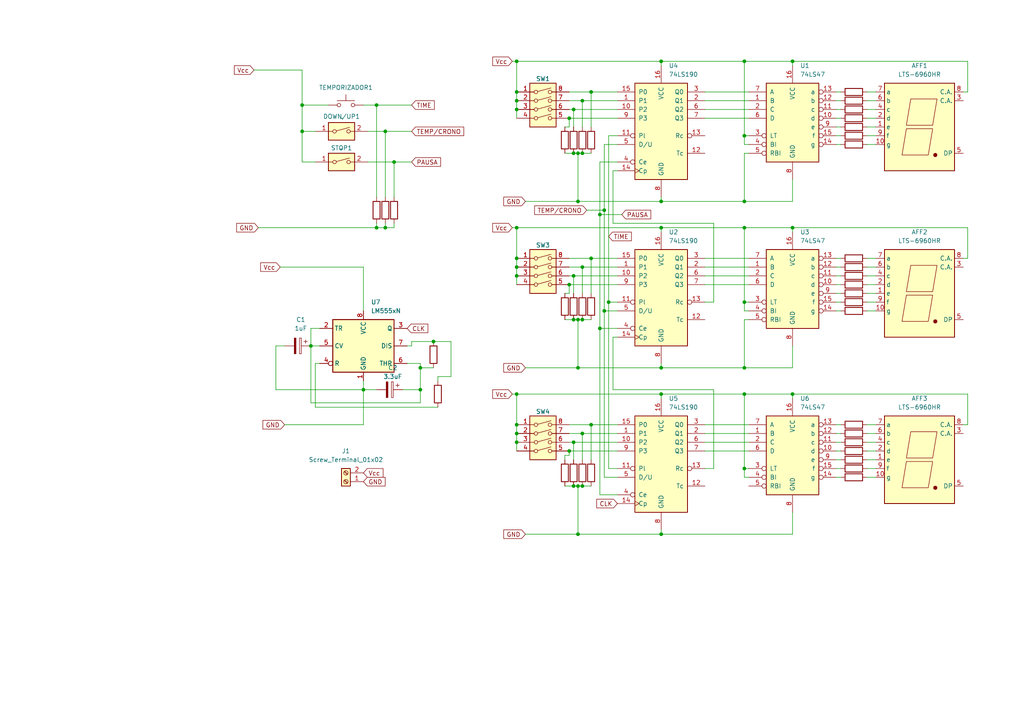
<source format=kicad_sch>
(kicad_sch (version 20231120) (generator "eeschema") (generator_version "8.0")
  (paper "A4")
  (lib_symbols
    (symbol "74xx:74LS190" (pin_names (offset 1.016))
      (property "Reference" "U" (at -7.62 13.97 0))
      (property "Value" "74LS190" (at -7.62 -16.51 0))
      (symbol "74LS190_1_0"
        (pin input line (at -12.7 7.62 0) (length 5.08) (name "P1") (number "1"))
        (pin input line (at -12.7 5.08 0) (length 5.08) (name "P2") (number "10"))
        (pin input inverted (at -12.7 -2.54 0) (length 5.08) (name "Pl") (number "11"))
        (pin output line (at 12.7 -7.62 180) (length 5.08) (name "Tc") (number "12"))
        (pin output inverted (at 12.7 -2.54 180) (length 5.08) (name "Rc") (number "13"))
        (pin input clock (at -12.7 -12.7 0) (length 5.08) (name "Cp") (number "14"))
        (pin input line (at -12.7 10.16 0) (length 5.08) (name "P0") (number "15"))
        (pin power_in line (at 0 17.78 270) (length 5.08) (name "VCC") (number "16"))
        (pin output line (at 12.7 7.62 180) (length 5.08) (name "Q1") (number "2"))
        (pin output line (at 12.7 10.16 180) (length 5.08) (name "Q0") (number "3"))
        (pin input inverted (at -12.7 -10.16 0) (length 5.08) (name "Ce") (number "4"))
        (pin input line (at -12.7 -5.08 0) (length 5.08) (name "D/U") (number "5"))
        (pin output line (at 12.7 5.08 180) (length 5.08) (name "Q2") (number "6"))
        (pin output line (at 12.7 2.54 180) (length 5.08) (name "Q3") (number "7"))
        (pin power_in line (at 0 -20.32 90) (length 5.08) (name "GND") (number "8"))
        (pin input line (at -12.7 2.54 0) (length 5.08) (name "P3") (number "9"))
      )
      (symbol "74LS190_1_1"
        (rectangle (start -7.62 12.7) (end 7.62 -15.24) (stroke (width 0.254)) (fill (type background)))
      )
    )
    (symbol "74xx:74LS47" (pin_names (offset 1.016))
      (property "Reference" "U" (at -7.62 11.43 0))
      (property "Value" "74LS47" (at -7.62 -13.97 0))
      (symbol "74LS47_1_0"
        (pin input line (at -12.7 5.08 0) (length 5.08) (name "B") (number "1"))
        (pin open_collector inverted (at 12.7 0 180) (length 5.08) (name "d") (number "10"))
        (pin open_collector inverted (at 12.7 2.54 180) (length 5.08) (name "c") (number "11"))
        (pin open_collector inverted (at 12.7 5.08 180) (length 5.08) (name "b") (number "12"))
        (pin open_collector inverted (at 12.7 7.62 180) (length 5.08) (name "a") (number "13"))
        (pin open_collector inverted (at 12.7 -7.62 180) (length 5.08) (name "g") (number "14"))
        (pin open_collector inverted (at 12.7 -5.08 180) (length 5.08) (name "f") (number "15"))
        (pin power_in line (at 0 15.24 270) (length 5.08) (name "VCC") (number "16"))
        (pin input line (at -12.7 2.54 0) (length 5.08) (name "C") (number "2"))
        (pin input inverted (at -12.7 -5.08 0) (length 5.08) (name "LT") (number "3"))
        (pin input inverted (at -12.7 -7.62 0) (length 5.08) (name "BI") (number "4"))
        (pin input inverted (at -12.7 -10.16 0) (length 5.08) (name "RBI") (number "5"))
        (pin input line (at -12.7 0 0) (length 5.08) (name "D") (number "6"))
        (pin input line (at -12.7 7.62 0) (length 5.08) (name "A") (number "7"))
        (pin power_in line (at 0 -17.78 90) (length 5.08) (name "GND") (number "8"))
        (pin open_collector inverted (at 12.7 -2.54 180) (length 5.08) (name "e") (number "9"))
      )
      (symbol "74LS47_1_1"
        (rectangle (start -7.62 10.16) (end 7.62 -12.7) (stroke (width 0.254)) (fill (type background)))
      )
    )
    (symbol "Connector:Screw_Terminal_01x02" (pin_names (offset 1.016) hide)
      (property "Reference" "J" (at 0 2.54 0))
      (property "Value" "Screw_Terminal_01x02" (at 0 -5.08 0))
      (symbol "Screw_Terminal_01x02_1_1"
        (rectangle (start -1.27 1.27) (end 1.27 -3.81) (stroke (width 0.254)) (fill (type background)))
        (circle (center 0 -2.54) (radius 0.635) (stroke (width 0.1524)))
        (polyline (pts (xy -0.5334 -2.2098) (xy 0.3302 -3.048)) (stroke (width 0.1524)))
        (polyline (pts (xy -0.5334 0.3302) (xy 0.3302 -0.508)) (stroke (width 0.1524)))
        (polyline (pts (xy -0.3556 -2.032) (xy 0.508 -2.8702)) (stroke (width 0.1524)))
        (polyline (pts (xy -0.3556 0.508) (xy 0.508 -0.3302)) (stroke (width 0.1524)))
        (circle (center 0 0) (radius 0.635) (stroke (width 0.1524)))
        (pin passive line (at -5.08 0 0) (length 3.81) (name "Pin_1") (number "1"))
        (pin passive line (at -5.08 -2.54 0) (length 3.81) (name "Pin_2") (number "2"))
      )
    )
    (symbol "Device:C_Polarized" (pin_numbers hide) (pin_names (offset 0.254))
      (property "Reference" "C" (at 0.635 2.54 0))
      (property "Value" "C_Polarized" (at 0.635 -2.54 0))
      (symbol "C_Polarized_0_1"
        (rectangle (start -2.286 0.508) (end 2.286 1.016))
        (polyline (pts (xy -1.778 2.286) (xy -0.762 2.286)))
        (polyline (pts (xy -1.27 2.794) (xy -1.27 1.778)))
        (rectangle (start 2.286 -0.508) (end -2.286 -1.016) (fill (type outline)))
      )
      (symbol "C_Polarized_1_1"
        (pin passive line (at 0 3.81 270) (length 2.794) (name "~") (number "1"))
        (pin passive line (at 0 -3.81 90) (length 2.794) (name "~") (number "2"))
      )
    )
    (symbol "Device:R" (pin_numbers hide) (pin_names (offset 0))
      (property "Reference" "R" (at 2.032 0 90))
      (property "Value" "R" (at 0 0 90))
      (symbol "R_0_1"
        (rectangle (start -1.016 -2.54) (end 1.016 2.54) (stroke (width 0.254)))
      )
      (symbol "R_1_1"
        (pin passive line (at 0 3.81 270) (length 1.27) (name "~") (number "1"))
        (pin passive line (at 0 -3.81 90) (length 1.27) (name "~") (number "2"))
      )
    )
    (symbol "Display_Character:LTS-6960HR"
      (property "Reference" "AFF" (at -7.874 13.97 0))
      (property "Value" "LTS-6960HR" (at -2.032 13.97 0))
      (symbol "LTS-6960HR_0_1"
        (rectangle (start -10.16 12.7) (end 10.16 -12.7) (stroke (width 0.254)) (fill (type background)))
        (polyline (pts (xy -3.81 -0.508) (xy 3.81 -0.508) (xy 2.54 -8.128) (xy -5.08 -8.128) (xy -3.81 -0.508) (xy -3.81 -0.508)))
        (polyline (pts (xy -2.54 8.128) (xy 5.08 8.128) (xy 3.81 0.508) (xy -3.81 0.508) (xy -2.54 8.128) (xy -2.54 8.128)))
        (circle (center 4.572 -8.128) (radius 0.508) (fill (type outline)))
      )
      (symbol "LTS-6960HR_1_1"
        (pin passive line (at -12.7 0 0) (length 2.54) (name "e") (number "1"))
        (pin passive line (at -12.7 -5.08 0) (length 2.54) (name "g") (number "10"))
        (pin passive line (at -12.7 2.54 0) (length 2.54) (name "d") (number "2"))
        (pin passive line (at 12.7 7.62 180) (length 2.54) (name "C.A.") (number "3"))
        (pin passive line (at -12.7 5.08 0) (length 2.54) (name "c") (number "4"))
        (pin passive line (at 12.7 -7.62 180) (length 2.54) (name "DP") (number "5"))
        (pin passive line (at -12.7 7.62 0) (length 2.54) (name "b") (number "6"))
        (pin passive line (at -12.7 10.16 0) (length 2.54) (name "a") (number "7"))
        (pin passive line (at 12.7 10.16 180) (length 2.54) (name "C.A.") (number "8"))
        (pin passive line (at -12.7 -2.54 0) (length 2.54) (name "f") (number "9"))
      )
    )
    (symbol "Switch:SW_DIP_x01" (pin_names (offset 0) hide)
      (property "Reference" "SW" (at 0 3.81 0))
      (property "Value" "SW_DIP_x01" (at 0 -3.81 0))
      (symbol "SW_DIP_x01_0_0"
        (circle (center -2.032 0) (radius 0.508))
        (polyline (pts (xy -1.524 0.127) (xy 2.3622 1.1684)))
        (circle (center 2.032 0) (radius 0.508))
      )
      (symbol "SW_DIP_x01_0_1"
        (rectangle (start -3.81 2.54) (end 3.81 -2.54) (stroke (width 0.254)) (fill (type background)))
      )
      (symbol "SW_DIP_x01_1_1"
        (pin passive line (at -7.62 0 0) (length 5.08) (name "~") (number "1"))
        (pin passive line (at 7.62 0 180) (length 5.08) (name "~") (number "2"))
      )
    )
    (symbol "Switch:SW_DIP_x04" (pin_names (offset 0) hide)
      (property "Reference" "SW" (at 0 8.89 0))
      (property "Value" "SW_DIP_x04" (at 0 -6.35 0))
      (symbol "SW_DIP_x04_0_0"
        (circle (center -2.032 -2.54) (radius 0.508))
        (circle (center -2.032 0) (radius 0.508))
        (circle (center -2.032 2.54) (radius 0.508))
        (circle (center -2.032 5.08) (radius 0.508))
        (polyline (pts (xy -1.524 -2.3876) (xy 2.3622 -1.3462)))
        (polyline (pts (xy -1.524 0.127) (xy 2.3622 1.1684)))
        (polyline (pts (xy -1.524 2.667) (xy 2.3622 3.7084)))
        (polyline (pts (xy -1.524 5.207) (xy 2.3622 6.2484)))
        (circle (center 2.032 -2.54) (radius 0.508))
        (circle (center 2.032 0) (radius 0.508))
        (circle (center 2.032 2.54) (radius 0.508))
        (circle (center 2.032 5.08) (radius 0.508))
      )
      (symbol "SW_DIP_x04_0_1"
        (rectangle (start -3.81 7.62) (end 3.81 -5.08) (stroke (width 0.254)) (fill (type background)))
      )
      (symbol "SW_DIP_x04_1_1"
        (pin passive line (at -7.62 5.08 0) (length 5.08) (name "~") (number "1"))
        (pin passive line (at -7.62 2.54 0) (length 5.08) (name "~") (number "2"))
        (pin passive line (at -7.62 0 0) (length 5.08) (name "~") (number "3"))
        (pin passive line (at -7.62 -2.54 0) (length 5.08) (name "~") (number "4"))
        (pin passive line (at 7.62 -2.54 180) (length 5.08) (name "~") (number "5"))
        (pin passive line (at 7.62 0 180) (length 5.08) (name "~") (number "6"))
        (pin passive line (at 7.62 2.54 180) (length 5.08) (name "~") (number "7"))
        (pin passive line (at 7.62 5.08 180) (length 5.08) (name "~") (number "8"))
      )
    )
    (symbol "Switch:SW_Push" (pin_numbers hide) (pin_names (offset 1.016) hide)
      (property "Reference" "SW" (at 1.27 2.54 0))
      (property "Value" "SW_Push" (at 0 -1.524 0))
      (symbol "SW_Push_0_1"
        (circle (center -2.032 0) (radius 0.508))
        (polyline (pts (xy 0 1.27) (xy 0 3.048)))
        (polyline (pts (xy 2.54 1.27) (xy -2.54 1.27)))
        (circle (center 2.032 0) (radius 0.508))
        (pin passive line (at -5.08 0 0) (length 2.54) (name "1") (number "1"))
        (pin passive line (at 5.08 0 180) (length 2.54) (name "2") (number "2"))
      )
    )
    (symbol "Timer:LM555xN"
      (property "Reference" "U" (at -10.16 8.89 0))
      (property "Value" "LM555xN" (at 2.54 8.89 0))
      (symbol "LM555xN_0_0"
        (pin power_in line (at 0 -10.16 90) (length 2.54) (name "GND") (number "1"))
        (pin power_in line (at 0 10.16 270) (length 2.54) (name "VCC") (number "8"))
      )
      (symbol "LM555xN_0_1"
        (rectangle (start -8.89 -7.62) (end 8.89 7.62) (stroke (width 0.254)) (fill (type background)))
        (rectangle (start -8.89 -7.62) (end 8.89 7.62) (stroke (width 0.254)) (fill (type background)))
      )
      (symbol "LM555xN_1_1"
        (pin input line (at -12.7 5.08 0) (length 3.81) (name "TR") (number "2"))
        (pin output line (at 12.7 5.08 180) (length 3.81) (name "Q") (number "3"))
        (pin input inverted (at -12.7 -5.08 0) (length 3.81) (name "R") (number "4"))
        (pin input line (at -12.7 0 0) (length 3.81) (name "CV") (number "5"))
        (pin input line (at 12.7 -5.08 180) (length 3.81) (name "THR") (number "6"))
        (pin input line (at 12.7 0 180) (length 3.81) (name "DIS") (number "7"))
      )
    )
  )
  (junction (at 149.86 31.75))
  (junction (at 175.26 60.96))
  (junction (at 229.87 114.3))
  (junction (at 166.37 44.45))
  (junction (at 149.86 74.93))
  (junction (at 149.86 77.47))
  (junction (at 165.1 130.81))
  (junction (at 167.64 140.97))
  (junction (at 165.1 82.55))
  (junction (at 171.45 26.67))
  (junction (at 173.99 62.23))
  (junction (at 166.37 92.71))
  (junction (at 168.91 125.73))
  (junction (at 168.91 44.45))
  (junction (at 111.76 66.04))
  (junction (at 166.37 80.01))
  (junction (at 109.22 66.04))
  (junction (at 191.77 154.94))
  (junction (at 215.9 87.63))
  (junction (at 165.1 34.29))
  (junction (at 215.9 17.78))
  (junction (at 215.9 58.42))
  (junction (at 149.86 114.3))
  (junction (at 215.9 39.37))
  (junction (at 149.86 29.21))
  (junction (at 229.87 17.78))
  (junction (at 167.64 44.45))
  (junction (at 149.86 123.19))
  (junction (at 166.37 128.27))
  (junction (at 149.86 26.67))
  (junction (at 166.37 31.75))
  (junction (at 168.91 92.71))
  (junction (at 166.37 140.97))
  (junction (at 125.73 99.06))
  (junction (at 87.63 38.1))
  (junction (at 109.22 30.48))
  (junction (at 215.9 135.89))
  (junction (at 171.45 123.19))
  (junction (at 215.9 66.04))
  (junction (at 149.86 128.27))
  (junction (at 168.91 140.97))
  (junction (at 111.76 38.1))
  (junction (at 149.86 125.73))
  (junction (at 121.92 106.68))
  (junction (at 149.86 66.04))
  (junction (at 105.41 113.03))
  (junction (at 191.77 66.04))
  (junction (at 171.45 74.93))
  (junction (at 87.63 30.48))
  (junction (at 191.77 114.3))
  (junction (at 175.26 90.17))
  (junction (at 121.92 113.03))
  (junction (at 215.9 114.3))
  (junction (at 229.87 66.04))
  (junction (at 167.64 92.71))
  (junction (at 114.3 46.99))
  (junction (at 167.64 106.68))
  (junction (at 168.91 77.47))
  (junction (at 215.9 106.68))
  (junction (at 149.86 17.78))
  (junction (at 90.17 100.33))
  (junction (at 191.77 106.68))
  (junction (at 167.64 58.42))
  (junction (at 149.86 80.01))
  (junction (at 168.91 29.21))
  (junction (at 167.64 154.94))
  (junction (at 176.53 87.63))
  (junction (at 191.77 17.78))
  (junction (at 173.99 95.25))
  (junction (at 191.77 58.42))
  (wire (pts (xy 168.91 92.71) (xy 171.45 92.71)))
  (wire (pts (xy 215.9 114.3) (xy 215.9 135.89)))
  (wire (pts (xy 251.46 87.63) (xy 254 87.63)))
  (wire (pts (xy 119.38 99.06) (xy 119.38 100.33)))
  (wire (pts (xy 166.37 44.45) (xy 167.64 44.45)))
  (wire (pts (xy 191.77 19.05) (xy 191.77 17.78)))
  (wire (pts (xy 207.01 64.77) (xy 177.8 64.77)))
  (wire (pts (xy 167.64 154.94) (xy 191.77 154.94)))
  (wire (pts (xy 242.57 123.19) (xy 243.84 123.19)))
  (wire (pts (xy 242.57 130.81) (xy 243.84 130.81)))
  (wire (pts (xy 229.87 52.07) (xy 229.87 58.42)))
  (wire (pts (xy 279.4 26.67) (xy 280.67 26.67)))
  (wire (pts (xy 168.91 77.47) (xy 168.91 85.09)))
  (wire (pts (xy 168.91 44.45) (xy 171.45 44.45)))
  (wire (pts (xy 176.53 87.63) (xy 176.53 135.89)))
  (wire (pts (xy 251.46 77.47) (xy 254 77.47)))
  (wire (pts (xy 204.47 87.63) (xy 207.01 87.63)))
  (wire (pts (xy 191.77 115.57) (xy 191.77 114.3)))
  (wire (pts (xy 242.57 77.47) (xy 243.84 77.47)))
  (wire (pts (xy 242.57 39.37) (xy 243.84 39.37)))
  (wire (pts (xy 215.9 41.91) (xy 215.9 39.37)))
  (wire (pts (xy 168.91 77.47) (xy 179.07 77.47)))
  (wire (pts (xy 179.07 39.37) (xy 176.53 39.37)))
  (wire (pts (xy 152.4 58.42) (xy 167.64 58.42)))
  (wire (pts (xy 179.07 143.51) (xy 173.99 143.51)))
  (wire (pts (xy 215.9 114.3) (xy 191.77 114.3)))
  (wire (pts (xy 149.86 66.04) (xy 149.86 74.93)))
  (wire (pts (xy 95.25 30.48) (xy 87.63 30.48)))
  (wire (pts (xy 105.41 113.03) (xy 105.41 110.49)))
  (wire (pts (xy 229.87 114.3) (xy 229.87 115.57)))
  (wire (pts (xy 215.9 17.78) (xy 215.9 39.37)))
  (wire (pts (xy 82.55 100.33) (xy 80.01 100.33)))
  (wire (pts (xy 173.99 62.23) (xy 180.34 62.23)))
  (wire (pts (xy 173.99 62.23) (xy 173.99 95.25)))
  (wire (pts (xy 179.07 90.17) (xy 175.26 90.17)))
  (wire (pts (xy 229.87 106.68) (xy 215.9 106.68)))
  (wire (pts (xy 251.46 34.29) (xy 254 34.29)))
  (wire (pts (xy 175.26 41.91) (xy 179.07 41.91)))
  (wire (pts (xy 175.26 90.17) (xy 175.26 60.96)))
  (wire (pts (xy 280.67 26.67) (xy 280.67 17.78)))
  (wire (pts (xy 217.17 41.91) (xy 215.9 41.91)))
  (wire (pts (xy 149.86 29.21) (xy 149.86 31.75)))
  (wire (pts (xy 149.86 74.93) (xy 149.86 77.47)))
  (wire (pts (xy 111.76 57.15) (xy 111.76 38.1)))
  (wire (pts (xy 215.9 66.04) (xy 191.77 66.04)))
  (wire (pts (xy 177.8 64.77) (xy 177.8 49.53)))
  (wire (pts (xy 215.9 106.68) (xy 191.77 106.68)))
  (wire (pts (xy 149.86 80.01) (xy 149.86 82.55)))
  (wire (pts (xy 280.67 17.78) (xy 229.87 17.78)))
  (wire (pts (xy 251.46 90.17) (xy 254 90.17)))
  (wire (pts (xy 171.45 74.93) (xy 179.07 74.93)))
  (wire (pts (xy 176.53 135.89) (xy 179.07 135.89)))
  (wire (pts (xy 168.91 29.21) (xy 168.91 36.83)))
  (wire (pts (xy 251.46 26.67) (xy 254 26.67)))
  (wire (pts (xy 176.53 87.63) (xy 179.07 87.63)))
  (wire (pts (xy 149.86 17.78) (xy 191.77 17.78)))
  (wire (pts (xy 215.9 90.17) (xy 215.9 87.63)))
  (wire (pts (xy 165.1 26.67) (xy 171.45 26.67)))
  (wire (pts (xy 191.77 67.31) (xy 191.77 66.04)))
  (wire (pts (xy 251.46 41.91) (xy 254 41.91)))
  (wire (pts (xy 204.47 29.21) (xy 217.17 29.21)))
  (wire (pts (xy 173.99 95.25) (xy 179.07 95.25)))
  (wire (pts (xy 149.86 77.47) (xy 149.86 80.01)))
  (wire (pts (xy 166.37 31.75) (xy 179.07 31.75)))
  (wire (pts (xy 251.46 133.35) (xy 254 133.35)))
  (wire (pts (xy 229.87 100.33) (xy 229.87 106.68)))
  (wire (pts (xy 121.92 116.84) (xy 121.92 113.03)))
  (wire (pts (xy 166.37 80.01) (xy 166.37 85.09)))
  (wire (pts (xy 204.47 77.47) (xy 217.17 77.47)))
  (wire (pts (xy 152.4 154.94) (xy 167.64 154.94)))
  (wire (pts (xy 242.57 135.89) (xy 243.84 135.89)))
  (wire (pts (xy 242.57 133.35) (xy 243.84 133.35)))
  (wire (pts (xy 130.81 109.22) (xy 130.81 99.06)))
  (wire (pts (xy 242.57 34.29) (xy 243.84 34.29)))
  (wire (pts (xy 165.1 82.55) (xy 165.1 85.09)))
  (wire (pts (xy 90.17 100.33) (xy 92.71 100.33)))
  (wire (pts (xy 217.17 87.63) (xy 215.9 87.63)))
  (wire (pts (xy 81.28 77.47) (xy 105.41 77.47)))
  (wire (pts (xy 87.63 38.1) (xy 91.44 38.1)))
  (wire (pts (xy 242.57 31.75) (xy 243.84 31.75)))
  (wire (pts (xy 177.8 49.53) (xy 179.07 49.53)))
  (wire (pts (xy 106.68 38.1) (xy 111.76 38.1)))
  (wire (pts (xy 105.41 113.03) (xy 109.22 113.03)))
  (wire (pts (xy 166.37 140.97) (xy 167.64 140.97)))
  (wire (pts (xy 165.1 82.55) (xy 179.07 82.55)))
  (wire (pts (xy 204.47 130.81) (xy 217.17 130.81)))
  (wire (pts (xy 109.22 30.48) (xy 109.22 57.15)))
  (wire (pts (xy 170.18 60.96) (xy 175.26 60.96)))
  (wire (pts (xy 109.22 66.04) (xy 111.76 66.04)))
  (wire (pts (xy 149.86 123.19) (xy 149.86 125.73)))
  (wire (pts (xy 280.67 114.3) (xy 229.87 114.3)))
  (wire (pts (xy 171.45 123.19) (xy 171.45 133.35)))
  (wire (pts (xy 166.37 31.75) (xy 166.37 36.83)))
  (wire (pts (xy 91.44 46.99) (xy 87.63 46.99)))
  (wire (pts (xy 111.76 66.04) (xy 114.3 66.04)))
  (wire (pts (xy 80.01 100.33) (xy 80.01 113.03)))
  (wire (pts (xy 165.1 125.73) (xy 168.91 125.73)))
  (wire (pts (xy 165.1 36.83) (xy 163.83 36.83)))
  (wire (pts (xy 82.55 123.19) (xy 105.41 123.19)))
  (wire (pts (xy 165.1 85.09) (xy 163.83 85.09)))
  (wire (pts (xy 229.87 58.42) (xy 215.9 58.42)))
  (wire (pts (xy 177.8 97.79) (xy 179.07 97.79)))
  (wire (pts (xy 114.3 66.04) (xy 114.3 64.77)))
  (wire (pts (xy 87.63 46.99) (xy 87.63 38.1)))
  (wire (pts (xy 204.47 82.55) (xy 217.17 82.55)))
  (wire (pts (xy 279.4 123.19) (xy 280.67 123.19)))
  (wire (pts (xy 204.47 74.93) (xy 217.17 74.93)))
  (wire (pts (xy 251.46 39.37) (xy 254 39.37)))
  (wire (pts (xy 165.1 132.08) (xy 165.1 130.81)))
  (wire (pts (xy 251.46 74.93) (xy 254 74.93)))
  (wire (pts (xy 279.4 74.93) (xy 280.67 74.93)))
  (wire (pts (xy 168.91 29.21) (xy 179.07 29.21)))
  (wire (pts (xy 149.86 114.3) (xy 149.86 123.19)))
  (wire (pts (xy 215.9 58.42) (xy 191.77 58.42)))
  (wire (pts (xy 171.45 74.93) (xy 171.45 85.09)))
  (wire (pts (xy 163.83 132.08) (xy 163.83 133.35)))
  (wire (pts (xy 251.46 138.43) (xy 254 138.43)))
  (wire (pts (xy 207.01 135.89) (xy 207.01 113.03)))
  (wire (pts (xy 114.3 46.99) (xy 119.38 46.99)))
  (wire (pts (xy 109.22 30.48) (xy 119.38 30.48)))
  (wire (pts (xy 251.46 31.75) (xy 254 31.75)))
  (wire (pts (xy 204.47 128.27) (xy 217.17 128.27)))
  (wire (pts (xy 280.67 123.19) (xy 280.67 114.3)))
  (wire (pts (xy 204.47 26.67) (xy 217.17 26.67)))
  (wire (pts (xy 171.45 26.67) (xy 171.45 36.83)))
  (wire (pts (xy 204.47 34.29) (xy 217.17 34.29)))
  (wire (pts (xy 175.26 60.96) (xy 175.26 41.91)))
  (wire (pts (xy 204.47 31.75) (xy 217.17 31.75)))
  (wire (pts (xy 251.46 125.73) (xy 254 125.73)))
  (wire (pts (xy 130.81 99.06) (xy 125.73 99.06)))
  (wire (pts (xy 251.46 29.21) (xy 254 29.21)))
  (wire (pts (xy 242.57 128.27) (xy 243.84 128.27)))
  (wire (pts (xy 229.87 66.04) (xy 215.9 66.04)))
  (wire (pts (xy 165.1 130.81) (xy 179.07 130.81)))
  (wire (pts (xy 105.41 77.47) (xy 105.41 90.17)))
  (wire (pts (xy 204.47 125.73) (xy 217.17 125.73)))
  (wire (pts (xy 149.86 66.04) (xy 191.77 66.04)))
  (wire (pts (xy 163.83 132.08) (xy 165.1 132.08)))
  (wire (pts (xy 171.45 123.19) (xy 179.07 123.19)))
  (wire (pts (xy 242.57 29.21) (xy 243.84 29.21)))
  (wire (pts (xy 163.83 140.97) (xy 166.37 140.97)))
  (wire (pts (xy 92.71 95.25) (xy 90.17 95.25)))
  (wire (pts (xy 173.99 46.99) (xy 173.99 62.23)))
  (wire (pts (xy 229.87 17.78) (xy 229.87 19.05)))
  (wire (pts (xy 280.67 66.04) (xy 229.87 66.04)))
  (wire (pts (xy 229.87 66.04) (xy 229.87 67.31)))
  (wire (pts (xy 191.77 153.67) (xy 191.77 154.94)))
  (wire (pts (xy 87.63 20.32) (xy 87.63 30.48)))
  (wire (pts (xy 204.47 123.19) (xy 217.17 123.19)))
  (wire (pts (xy 149.86 114.3) (xy 191.77 114.3)))
  (wire (pts (xy 217.17 138.43) (xy 215.9 138.43)))
  (wire (pts (xy 165.1 34.29) (xy 165.1 36.83)))
  (wire (pts (xy 73.66 20.32) (xy 87.63 20.32)))
  (wire (pts (xy 215.9 44.45) (xy 215.9 58.42)))
  (wire (pts (xy 173.99 143.51) (xy 173.99 95.25)))
  (wire (pts (xy 251.46 36.83) (xy 254 36.83)))
  (wire (pts (xy 204.47 80.01) (xy 217.17 80.01)))
  (wire (pts (xy 251.46 85.09) (xy 254 85.09)))
  (wire (pts (xy 167.64 140.97) (xy 168.91 140.97)))
  (wire (pts (xy 215.9 135.89) (xy 215.9 138.43)))
  (wire (pts (xy 215.9 66.04) (xy 215.9 87.63)))
  (wire (pts (xy 121.92 105.41) (xy 121.92 106.68)))
  (wire (pts (xy 171.45 26.67) (xy 179.07 26.67)))
  (wire (pts (xy 179.07 46.99) (xy 173.99 46.99)))
  (wire (pts (xy 191.77 57.15) (xy 191.77 58.42)))
  (wire (pts (xy 80.01 113.03) (xy 105.41 113.03)))
  (wire (pts (xy 168.91 125.73) (xy 179.07 125.73)))
  (wire (pts (xy 167.64 44.45) (xy 168.91 44.45)))
  (wire (pts (xy 251.46 82.55) (xy 254 82.55)))
  (wire (pts (xy 163.83 92.71) (xy 166.37 92.71)))
  (wire (pts (xy 167.64 92.71) (xy 168.91 92.71)))
  (wire (pts (xy 215.9 135.89) (xy 217.17 135.89)))
  (wire (pts (xy 280.67 74.93) (xy 280.67 66.04)))
  (wire (pts (xy 215.9 92.71) (xy 215.9 106.68)))
  (wire (pts (xy 114.3 46.99) (xy 114.3 57.15)))
  (wire (pts (xy 179.07 138.43) (xy 175.26 138.43)))
  (wire (pts (xy 165.1 80.01) (xy 166.37 80.01)))
  (wire (pts (xy 242.57 74.93) (xy 243.84 74.93)))
  (wire (pts (xy 127 118.11) (xy 91.44 118.11)))
  (wire (pts (xy 207.01 113.03) (xy 177.8 113.03)))
  (wire (pts (xy 229.87 17.78) (xy 215.9 17.78)))
  (wire (pts (xy 242.57 41.91) (xy 243.84 41.91)))
  (wire (pts (xy 87.63 30.48) (xy 87.63 38.1)))
  (wire (pts (xy 242.57 82.55) (xy 243.84 82.55)))
  (wire (pts (xy 242.57 138.43) (xy 243.84 138.43)))
  (wire (pts (xy 204.47 135.89) (xy 207.01 135.89)))
  (wire (pts (xy 165.1 77.47) (xy 168.91 77.47)))
  (wire (pts (xy 207.01 87.63) (xy 207.01 64.77)))
  (wire (pts (xy 166.37 92.71) (xy 167.64 92.71)))
  (wire (pts (xy 166.37 128.27) (xy 166.37 133.35)))
  (wire (pts (xy 149.86 125.73) (xy 149.86 128.27)))
  (wire (pts (xy 116.84 113.03) (xy 121.92 113.03)))
  (wire (pts (xy 229.87 154.94) (xy 191.77 154.94)))
  (wire (pts (xy 121.92 106.68) (xy 125.73 106.68)))
  (wire (pts (xy 165.1 128.27) (xy 166.37 128.27)))
  (wire (pts (xy 125.73 99.06) (xy 119.38 99.06)))
  (wire (pts (xy 167.64 106.68) (xy 191.77 106.68)))
  (wire (pts (xy 251.46 80.01) (xy 254 80.01)))
  (wire (pts (xy 176.53 39.37) (xy 176.53 87.63)))
  (wire (pts (xy 167.64 106.68) (xy 167.64 92.71)))
  (wire (pts (xy 166.37 128.27) (xy 179.07 128.27)))
  (wire (pts (xy 119.38 100.33) (xy 118.11 100.33)))
  (wire (pts (xy 74.93 66.04) (xy 109.22 66.04)))
  (wire (pts (xy 91.44 105.41) (xy 92.71 105.41)))
  (wire (pts (xy 149.86 128.27) (xy 149.86 130.81)))
  (wire (pts (xy 175.26 90.17) (xy 175.26 138.43)))
  (wire (pts (xy 148.59 17.78) (xy 149.86 17.78)))
  (wire (pts (xy 242.57 80.01) (xy 243.84 80.01)))
  (wire (pts (xy 118.11 105.41) (xy 121.92 105.41)))
  (wire (pts (xy 217.17 92.71) (xy 215.9 92.71)))
  (wire (pts (xy 149.86 31.75) (xy 149.86 34.29)))
  (wire (pts (xy 242.57 26.67) (xy 243.84 26.67)))
  (wire (pts (xy 217.17 44.45) (xy 215.9 44.45)))
  (wire (pts (xy 149.86 17.78) (xy 149.86 26.67)))
  (wire (pts (xy 242.57 85.09) (xy 243.84 85.09)))
  (wire (pts (xy 251.46 130.81) (xy 254 130.81)))
  (wire (pts (xy 163.83 44.45) (xy 166.37 44.45)))
  (wire (pts (xy 229.87 148.59) (xy 229.87 154.94)))
  (wire (pts (xy 111.76 64.77) (xy 111.76 66.04)))
  (wire (pts (xy 105.41 123.19) (xy 105.41 113.03)))
  (wire (pts (xy 90.17 95.25) (xy 90.17 100.33)))
  (wire (pts (xy 251.46 135.89) (xy 254 135.89)))
  (wire (pts (xy 148.59 66.04) (xy 149.86 66.04)))
  (wire (pts (xy 152.4 106.68) (xy 167.64 106.68)))
  (wire (pts (xy 165.1 34.29) (xy 179.07 34.29)))
  (wire (pts (xy 127 109.22) (xy 130.81 109.22)))
  (wire (pts (xy 215.9 17.78) (xy 191.77 17.78)))
  (wire (pts (xy 251.46 128.27) (xy 254 128.27)))
  (wire (pts (xy 165.1 29.21) (xy 168.91 29.21)))
  (wire (pts (xy 191.77 105.41) (xy 191.77 106.68)))
  (wire (pts (xy 167.64 154.94) (xy 167.64 140.97)))
  (wire (pts (xy 167.64 58.42) (xy 191.77 58.42)))
  (wire (pts (xy 91.44 118.11) (xy 91.44 105.41)))
  (wire (pts (xy 242.57 90.17) (xy 243.84 90.17)))
  (wire (pts (xy 217.17 90.17) (xy 215.9 90.17)))
  (wire (pts (xy 242.57 36.83) (xy 243.84 36.83)))
  (wire (pts (xy 217.17 39.37) (xy 215.9 39.37)))
  (wire (pts (xy 168.91 125.73) (xy 168.91 133.35)))
  (wire (pts (xy 165.1 123.19) (xy 171.45 123.19)))
  (wire (pts (xy 165.1 31.75) (xy 166.37 31.75)))
  (wire (pts (xy 166.37 80.01) (xy 179.07 80.01)))
  (wire (pts (xy 105.41 30.48) (xy 109.22 30.48)))
  (wire (pts (xy 106.68 46.99) (xy 114.3 46.99)))
  (wire (pts (xy 165.1 74.93) (xy 171.45 74.93)))
  (wire (pts (xy 177.8 113.03) (xy 177.8 97.79)))
  (wire (pts (xy 242.57 125.73) (xy 243.84 125.73)))
  (wire (pts (xy 167.64 58.42) (xy 167.64 44.45)))
  (wire (pts (xy 251.46 123.19) (xy 254 123.19)))
  (wire (pts (xy 121.92 106.68) (xy 121.92 113.03)))
  (wire (pts (xy 229.87 114.3) (xy 215.9 114.3)))
  (wire (pts (xy 168.91 140.97) (xy 171.45 140.97)))
  (wire (pts (xy 127 110.49) (xy 127 109.22)))
  (wire (pts (xy 242.57 87.63) (xy 243.84 87.63)))
  (wire (pts (xy 90.17 100.33) (xy 90.17 116.84)))
  (wire (pts (xy 149.86 26.67) (xy 149.86 29.21)))
  (wire (pts (xy 148.59 114.3) (xy 149.86 114.3)))
  (wire (pts (xy 111.76 38.1) (xy 119.38 38.1)))
  (wire (pts (xy 90.17 116.84) (xy 121.92 116.84)))
  (wire (pts (xy 109.22 64.77) (xy 109.22 66.04)))
  (global_label "Vcc" (shape input) (at 148.59 114.3 180) (property "Intersheetrefs" "${INTERSHEET_REFS}" (effects (hide yes))))
  (global_label "TEMP{slash}CRONO" (shape input) (at 170.18 60.96 180) (property "Intersheetrefs" "${INTERSHEET_REFS}" (effects (hide yes))))
  (global_label "Vcc" (shape input) (at 81.28 77.47 180) (property "Intersheetrefs" "${INTERSHEET_REFS}" (effects (hide yes))))
  (global_label "PAUSA" (shape input) (at 119.38 46.99 0) (property "Intersheetrefs" "${INTERSHEET_REFS}" (effects (hide yes))))
  (global_label "GND" (shape input) (at 152.4 58.42 180) (property "Intersheetrefs" "${INTERSHEET_REFS}" (effects (hide yes))))
  (global_label "CLK" (shape input) (at 179.07 146.05 180) (property "Intersheetrefs" "${INTERSHEET_REFS}" (effects (hide yes))))
  (global_label "GND" (shape input) (at 74.93 66.04 180) (property "Intersheetrefs" "${INTERSHEET_REFS}" (effects (hide yes))))
  (global_label "TEMP{slash}CRONO" (shape input) (at 119.38 38.1 0) (property "Intersheetrefs" "${INTERSHEET_REFS}" (effects (hide yes))))
  (global_label "GND" (shape input) (at 152.4 154.94 180) (property "Intersheetrefs" "${INTERSHEET_REFS}" (effects (hide yes))))
  (global_label "GND" (shape input) (at 82.55 123.19 180) (property "Intersheetrefs" "${INTERSHEET_REFS}" (effects (hide yes))))
  (global_label "Vcc" (shape input) (at 73.66 20.32 180) (property "Intersheetrefs" "${INTERSHEET_REFS}" (effects (hide yes))))
  (global_label "PAUSA" (shape input) (at 180.34 62.23 0) (property "Intersheetrefs" "${INTERSHEET_REFS}" (effects (hide yes))))
  (global_label "GND" (shape input) (at 105.41 139.7 0) (property "Intersheetrefs" "${INTERSHEET_REFS}" (effects (hide yes))))
  (global_label "CLK" (shape input) (at 118.11 95.25 0) (property "Intersheetrefs" "${INTERSHEET_REFS}" (effects (hide yes))))
  (global_label "Vcc" (shape input) (at 105.41 137.16 0) (property "Intersheetrefs" "${INTERSHEET_REFS}" (effects (hide yes))))
  (global_label "GND" (shape input) (at 152.4 106.68 180) (property "Intersheetrefs" "${INTERSHEET_REFS}" (effects (hide yes))))
  (global_label "TIME" (shape input) (at 119.38 30.48 0) (property "Intersheetrefs" "${INTERSHEET_REFS}" (effects (hide yes))))
  (global_label "Vcc" (shape input) (at 148.59 66.04 180) (property "Intersheetrefs" "${INTERSHEET_REFS}" (effects (hide yes))))
  (global_label "TIME" (shape input) (at 176.53 68.58 0) (property "Intersheetrefs" "${INTERSHEET_REFS}" (effects (hide yes))))
  (global_label "Vcc" (shape input) (at 148.59 17.78 180) (property "Intersheetrefs" "${INTERSHEET_REFS}" (effects (hide yes))))
  (symbol (lib_id "Device:R") (at 247.65 36.83 90) (unit 1)
    (property "Reference" "R9" (effects (hide yes)))
    (property "Value" "R" (effects (hide yes)))
    (property "Footprint" "Resistor_THT:R_Axial_DIN0207_L6.3mm_D2.5mm_P10.16mm_Horizontal" (effects (hide yes)))
    (property "Description" "Resistor" (effects (hide yes)))
  )
  (symbol (lib_id "Device:R") (at 247.65 26.67 90) (unit 1)
    (property "Reference" "R5" (effects (hide yes)))
    (property "Value" "${SIM.PARAMS}" (effects (hide yes)))
    (property "Footprint" "Resistor_THT:R_Axial_DIN0207_L6.3mm_D2.5mm_P10.16mm_Horizontal" (effects (hide yes)))
    (property "Description" "Resistor" (effects (hide yes)))
    (property "Sim.Device" "R" (effects (hide yes)))
    (property "Sim.Type" "=" (effects (hide yes)))
    (property "Sim.Params" "r=R" (effects (hide yes)))
    (property "Sim.Pins" "1=+ 2=-" (effects (hide yes)))
  )
  (symbol (lib_id "Device:R") (at 247.65 87.63 90) (unit 1)
    (property "Reference" "R21" (effects (hide yes)))
    (property "Value" "R" (effects (hide yes)))
    (property "Footprint" "Resistor_THT:R_Axial_DIN0207_L6.3mm_D2.5mm_P10.16mm_Horizontal" (effects (hide yes)))
    (property "Description" "Resistor" (effects (hide yes)))
  )
  (symbol (lib_id "Device:R") (at 109.22 60.96 0) (unit 1)
    (property "Reference" "R34" (effects (hide yes)))
    (property "Value" "R" (effects (hide yes)))
    (property "Footprint" "Resistor_THT:R_Axial_DIN0207_L6.3mm_D2.5mm_P10.16mm_Horizontal" (effects (hide yes)))
    (property "Description" "Resistor" (effects (hide yes)))
  )
  (symbol (lib_id "Device:R") (at 163.83 137.16 0) (unit 1)
    (property "Reference" "R23" (effects (hide yes)))
    (property "Value" "R" (effects (hide yes)))
    (property "Footprint" "Resistor_THT:R_Axial_DIN0207_L6.3mm_D2.5mm_P10.16mm_Horizontal" (effects (hide yes)))
    (property "Description" "Resistor" (effects (hide yes)))
  )
  (symbol (lib_id "Device:R") (at 247.65 77.47 90) (unit 1)
    (property "Reference" "R17" (effects (hide yes)))
    (property "Value" "R" (effects (hide yes)))
    (property "Footprint" "Resistor_THT:R_Axial_DIN0207_L6.3mm_D2.5mm_P10.16mm_Horizontal" (effects (hide yes)))
    (property "Description" "Resistor" (effects (hide yes)))
  )
  (symbol (lib_id "Switch:SW_DIP_x01") (at 99.06 46.99 0) (unit 1)
    (property "Reference" "STOP1" (at 99.06 42.926 0))
    (property "Value" "~" (at 99.06 43.18 0))
    (property "Footprint" "Button_Switch_THT:SW_DIP_SPSTx01_Slide_6.7x4.1mm_W7.62mm_P2.54mm_LowProfile" (effects (hide yes)))
    (property "Description" "1x DIP Switch, Single Pole Single Throw (SPST) switch, small symbol" (effects (hide yes)))
  )
  (symbol (lib_id "Display_Character:LTS-6960HR") (at 266.7 85.09 0) (unit 1)
    (property "Reference" "AFF2" (at 266.7 67.31 0))
    (property "Value" "LTS-6960HR" (at 266.7 69.85 0))
    (property "Footprint" "Display_7Segment:7SegmentLED_LTS6760_LTS6780" (effects (hide yes)))
    (property "Datasheet" "https://datasheet.octopart.com/LTS-6960HR-Lite-On-datasheet-11803242.pdf" (effects (hide yes)))
    (property "Description" "DISPLAY 7 SEGMENTS common A." (effects (hide yes)))
  )
  (symbol (lib_id "Device:R") (at 171.45 88.9 0) (unit 1)
    (property "Reference" "R15" (effects (hide yes)))
    (property "Value" "R" (effects (hide yes)))
    (property "Footprint" "Resistor_THT:R_Axial_DIN0207_L6.3mm_D2.5mm_P10.16mm_Horizontal" (effects (hide yes)))
    (property "Description" "Resistor" (effects (hide yes)))
  )
  (symbol (lib_id "74xx:74LS47") (at 229.87 130.81 0) (unit 1)
    (property "Reference" "U6" (at 232.0641 115.57 0) (effects (justify left)))
    (property "Value" "74LS47" (at 232.0641 118.11 0) (effects (justify left)))
    (property "Footprint" "Package_DIP:DIP-16_W7.62mm" (effects (hide yes)))
    (property "Datasheet" "http://www.ti.com/lit/gpn/sn74LS47" (effects (hide yes)))
    (property "Description" "BCD to 7-segment Driver, Open Collector, 30V outputs" (effects (hide yes)))
  )
  (symbol (lib_id "Device:R") (at 247.65 31.75 90) (unit 1)
    (property "Reference" "R7" (effects (hide yes)))
    (property "Value" "R" (effects (hide yes)))
    (property "Footprint" "Resistor_THT:R_Axial_DIN0207_L6.3mm_D2.5mm_P10.16mm_Horizontal" (effects (hide yes)))
    (property "Description" "Resistor" (effects (hide yes)))
  )
  (symbol (lib_id "Device:R") (at 127 114.3 180) (unit 1)
    (property "Reference" "R38" (effects (hide yes)))
    (property "Value" "36k" (effects (hide yes)))
    (property "Footprint" "Resistor_THT:R_Axial_DIN0207_L6.3mm_D2.5mm_P10.16mm_Horizontal" (effects (hide yes)))
    (property "Description" "Resistor" (effects (hide yes)))
  )
  (symbol (lib_id "Device:R") (at 111.76 60.96 0) (unit 1)
    (property "Reference" "R35" (effects (hide yes)))
    (property "Value" "R" (effects (hide yes)))
    (property "Footprint" "Resistor_THT:R_Axial_DIN0207_L6.3mm_D2.5mm_P10.16mm_Horizontal" (effects (hide yes)))
    (property "Description" "Resistor" (effects (hide yes)))
  )
  (symbol (lib_id "Device:R") (at 163.83 88.9 0) (unit 1)
    (property "Reference" "R12" (effects (hide yes)))
    (property "Value" "R" (effects (hide yes)))
    (property "Footprint" "Resistor_THT:R_Axial_DIN0207_L6.3mm_D2.5mm_P10.16mm_Horizontal" (effects (hide yes)))
    (property "Description" "Resistor" (effects (hide yes)))
  )
  (symbol (lib_id "Connector:Screw_Terminal_01x02") (at 100.33 139.7 180) (unit 1)
    (property "Reference" "J1" (at 100.33 130.81 0))
    (property "Value" "Screw_Terminal_01x02" (at 100.33 133.35 0))
    (property "Footprint" "TerminalBlock:TerminalBlock_Xinya_XY308-2.54-2P_1x02_P2.54mm_Horizontal" (effects (hide yes)))
    (property "Description" "Generic screw terminal, single row, 01x02, script generated (kicad-library-utils/schlib/autogen/connector/)" (effects (hide yes)))
  )
  (symbol (lib_id "Switch:SW_DIP_x04") (at 157.48 80.01 0) (unit 1)
    (property "Reference" "SW3" (at 157.48 71.12 0))
    (property "Value" "SW_DIP_x04" (effects (hide yes)))
    (property "Footprint" "Button_Switch_THT:SW_DIP_SPSTx04_Slide_9.78x12.34mm_W7.62mm_P2.54mm" (effects (hide yes)))
    (property "Description" "4x DIP Switch, Single Pole Single Throw (SPST) switch, small symbol" (effects (hide yes)))
  )
  (symbol (lib_id "74xx:74LS47") (at 229.87 82.55 0) (unit 1)
    (property "Reference" "U3" (at 232.0641 67.31 0) (effects (justify left)))
    (property "Value" "74LS47" (at 232.0641 69.85 0) (effects (justify left)))
    (property "Footprint" "Package_DIP:DIP-16_W7.62mm" (effects (hide yes)))
    (property "Datasheet" "http://www.ti.com/lit/gpn/sn74LS47" (effects (hide yes)))
    (property "Description" "BCD to 7-segment Driver, Open Collector, 30V outputs" (effects (hide yes)))
  )
  (symbol (lib_id "Device:R") (at 247.65 90.17 90) (unit 1)
    (property "Reference" "R22" (effects (hide yes)))
    (property "Value" "R" (effects (hide yes)))
    (property "Footprint" "Resistor_THT:R_Axial_DIN0207_L6.3mm_D2.5mm_P10.16mm_Horizontal" (effects (hide yes)))
    (property "Description" "Resistor" (effects (hide yes)))
  )
  (symbol (lib_id "Device:R") (at 247.65 135.89 90) (unit 1)
    (property "Reference" "R32" (effects (hide yes)))
    (property "Value" "R" (effects (hide yes)))
    (property "Footprint" "Resistor_THT:R_Axial_DIN0207_L6.3mm_D2.5mm_P10.16mm_Horizontal" (effects (hide yes)))
    (property "Description" "Resistor" (effects (hide yes)))
  )
  (symbol (lib_id "Switch:SW_DIP_x01") (at 99.06 38.1 0) (unit 1)
    (property "Reference" "DOWN/UP1" (at 99.06 33.782 0))
    (property "Value" "~" (at 99.06 34.29 0))
    (property "Footprint" "Button_Switch_THT:SW_DIP_SPSTx01_Slide_6.7x4.1mm_W7.62mm_P2.54mm_LowProfile" (effects (hide yes)))
    (property "Description" "1x DIP Switch, Single Pole Single Throw (SPST) switch, small symbol" (effects (hide yes)))
  )
  (symbol (lib_id "74xx:74LS47") (at 229.87 34.29 0) (unit 1)
    (property "Reference" "U1" (at 232.0641 19.05 0) (effects (justify left)))
    (property "Value" "74LS47" (at 232.0641 21.59 0) (effects (justify left)))
    (property "Footprint" "Package_DIP:DIP-16_W7.62mm" (effects (hide yes)))
    (property "Datasheet" "http://www.ti.com/lit/gpn/sn74LS47" (effects (hide yes)))
    (property "Description" "BCD to 7-segment Driver, Open Collector, 30V outputs" (effects (hide yes)))
  )
  (symbol (lib_id "Device:R") (at 247.65 85.09 90) (unit 1)
    (property "Reference" "R20" (effects (hide yes)))
    (property "Value" "R" (effects (hide yes)))
    (property "Footprint" "Resistor_THT:R_Axial_DIN0207_L6.3mm_D2.5mm_P10.16mm_Horizontal" (effects (hide yes)))
    (property "Description" "Resistor" (effects (hide yes)))
  )
  (symbol (lib_id "Device:R") (at 247.65 123.19 90) (unit 1)
    (property "Reference" "R27" (effects (hide yes)))
    (property "Value" "R" (effects (hide yes)))
    (property "Footprint" "Resistor_THT:R_Axial_DIN0207_L6.3mm_D2.5mm_P10.16mm_Horizontal" (effects (hide yes)))
    (property "Description" "Resistor" (effects (hide yes)))
  )
  (symbol (lib_id "Device:R") (at 247.65 125.73 90) (unit 1)
    (property "Reference" "R28" (effects (hide yes)))
    (property "Value" "R" (effects (hide yes)))
    (property "Footprint" "Resistor_THT:R_Axial_DIN0207_L6.3mm_D2.5mm_P10.16mm_Horizontal" (effects (hide yes)))
    (property "Description" "Resistor" (effects (hide yes)))
  )
  (symbol (lib_id "Device:R") (at 247.65 80.01 90) (unit 1)
    (property "Reference" "R18" (effects (hide yes)))
    (property "Value" "R" (effects (hide yes)))
    (property "Footprint" "Resistor_THT:R_Axial_DIN0207_L6.3mm_D2.5mm_P10.16mm_Horizontal" (effects (hide yes)))
    (property "Description" "Resistor" (effects (hide yes)))
  )
  (symbol (lib_id "Device:R") (at 166.37 88.9 0) (unit 1)
    (property "Reference" "R13" (effects (hide yes)))
    (property "Value" "R" (effects (hide yes)))
    (property "Footprint" "Resistor_THT:R_Axial_DIN0207_L6.3mm_D2.5mm_P10.16mm_Horizontal" (effects (hide yes)))
    (property "Description" "Resistor" (effects (hide yes)))
  )
  (symbol (lib_id "Device:R") (at 247.65 82.55 90) (unit 1)
    (property "Reference" "R19" (effects (hide yes)))
    (property "Value" "R" (effects (hide yes)))
    (property "Footprint" "Resistor_THT:R_Axial_DIN0207_L6.3mm_D2.5mm_P10.16mm_Horizontal" (effects (hide yes)))
    (property "Description" "Resistor" (effects (hide yes)))
  )
  (symbol (lib_id "74xx:74LS190") (at 191.77 85.09 0) (unit 1)
    (property "Reference" "U2" (at 193.9641 67.31 0) (effects (justify left)))
    (property "Value" "74LS190" (at 193.9641 69.85 0) (effects (justify left)))
    (property "Footprint" "Package_DIP:DIP-16_W7.62mm" (effects (hide yes)))
    (property "Datasheet" "http://www.ti.com/lit/gpn/sn74LS190" (effects (hide yes)))
    (property "Description" "4-bit Synchronous Up/Down BCD Counter" (effects (hide yes)))
  )
  (symbol (lib_id "Device:R") (at 114.3 60.96 0) (unit 1)
    (property "Reference" "R36" (effects (hide yes)))
    (property "Value" "R" (effects (hide yes)))
    (property "Footprint" "Resistor_THT:R_Axial_DIN0207_L6.3mm_D2.5mm_P10.16mm_Horizontal" (effects (hide yes)))
    (property "Description" "Resistor" (effects (hide yes)))
  )
  (symbol (lib_id "74xx:74LS190") (at 191.77 133.35 0) (unit 1)
    (property "Reference" "U5" (at 193.9641 115.57 0) (effects (justify left)))
    (property "Value" "74LS190" (at 193.9641 118.11 0) (effects (justify left)))
    (property "Footprint" "Package_DIP:DIP-16_W7.62mm" (effects (hide yes)))
    (property "Datasheet" "http://www.ti.com/lit/gpn/sn74LS190" (effects (hide yes)))
    (property "Description" "4-bit Synchronous Up/Down BCD Counter" (effects (hide yes)))
  )
  (symbol (lib_id "74xx:74LS190") (at 191.77 36.83 0) (unit 1)
    (property "Reference" "U4" (at 193.9641 19.05 0) (effects (justify left)))
    (property "Value" "74LS190" (at 193.9641 21.59 0) (effects (justify left)))
    (property "Footprint" "Package_DIP:DIP-16_W7.62mm" (effects (hide yes)))
    (property "Datasheet" "http://www.ti.com/lit/gpn/sn74LS190" (effects (hide yes)))
    (property "Description" "4-bit Synchronous Up/Down BCD Counter" (effects (hide yes)))
  )
  (symbol (lib_id "Device:R") (at 171.45 137.16 0) (unit 1)
    (property "Reference" "R26" (effects (hide yes)))
    (property "Value" "R" (effects (hide yes)))
    (property "Footprint" "Resistor_THT:R_Axial_DIN0207_L6.3mm_D2.5mm_P10.16mm_Horizontal" (effects (hide yes)))
    (property "Description" "Resistor" (effects (hide yes)))
  )
  (symbol (lib_id "Device:R") (at 168.91 88.9 0) (unit 1)
    (property "Reference" "R14" (effects (hide yes)))
    (property "Value" "R" (effects (hide yes)))
    (property "Footprint" "Resistor_THT:R_Axial_DIN0207_L6.3mm_D2.5mm_P10.16mm_Horizontal" (effects (hide yes)))
    (property "Description" "Resistor" (effects (hide yes)))
  )
  (symbol (lib_id "Display_Character:LTS-6960HR") (at 266.7 133.35 0) (unit 1)
    (property "Reference" "AFF3" (at 266.7 115.57 0))
    (property "Value" "LTS-6960HR" (at 266.7 118.11 0))
    (property "Footprint" "Display_7Segment:7SegmentLED_LTS6760_LTS6780" (effects (hide yes)))
    (property "Datasheet" "https://datasheet.octopart.com/LTS-6960HR-Lite-On-datasheet-11803242.pdf" (effects (hide yes)))
    (property "Description" "DISPLAY 7 SEGMENTS common A." (effects (hide yes)))
  )
  (symbol (lib_id "Device:R") (at 247.65 128.27 90) (unit 1)
    (property "Reference" "R29" (effects (hide yes)))
    (property "Value" "R" (effects (hide yes)))
    (property "Footprint" "Resistor_THT:R_Axial_DIN0207_L6.3mm_D2.5mm_P10.16mm_Horizontal" (effects (hide yes)))
    (property "Description" "Resistor" (effects (hide yes)))
  )
  (symbol (lib_id "Switch:SW_DIP_x04") (at 157.48 128.27 0) (unit 1)
    (property "Reference" "SW4" (at 157.48 119.38 0))
    (property "Value" "SW_DIP_x04" (effects (hide yes)))
    (property "Footprint" "Button_Switch_THT:SW_DIP_SPSTx04_Slide_9.78x12.34mm_W7.62mm_P2.54mm" (effects (hide yes)))
    (property "Description" "4x DIP Switch, Single Pole Single Throw (SPST) switch, small symbol" (effects (hide yes)))
  )
  (symbol (lib_id "Switch:SW_Push") (at 100.33 30.48 0) (unit 1)
    (property "Reference" "TEMPORIZADOR1" (at 100.33 25.4 0))
    (property "Value" "SW_Push" (effects (hide yes)))
    (property "Footprint" "Button_Switch_THT:SW_PUSH_6mm" (effects (hide yes)))
    (property "Description" "Push button switch, generic, two pins" (effects (hide yes)))
  )
  (symbol (lib_id "Device:C_Polarized") (at 113.03 113.03 270) (unit 1)
    (property "Reference" "C2" (at 113.919 106.68 90))
    (property "Value" "3.3uF" (at 113.919 109.22 90))
    (property "Footprint" "Capacitor_THT:CP_Radial_D5.0mm_P2.00mm" (effects (hide yes)))
    (property "Description" "Polarized capacitor" (effects (hide yes)))
  )
  (symbol (lib_id "Device:R") (at 247.65 29.21 90) (unit 1)
    (property "Reference" "R6" (effects (hide yes)))
    (property "Value" "R" (effects (hide yes)))
    (property "Footprint" "Resistor_THT:R_Axial_DIN0207_L6.3mm_D2.5mm_P10.16mm_Horizontal" (effects (hide yes)))
    (property "Description" "Resistor" (effects (hide yes)))
  )
  (symbol (lib_id "Device:R") (at 163.83 40.64 0) (unit 1)
    (property "Reference" "R1" (effects (hide yes)))
    (property "Value" "R" (effects (hide yes)))
    (property "Footprint" "Resistor_THT:R_Axial_DIN0207_L6.3mm_D2.5mm_P10.16mm_Horizontal" (effects (hide yes)))
    (property "Description" "Resistor" (effects (hide yes)))
  )
  (symbol (lib_id "Display_Character:LTS-6960HR") (at 266.7 36.83 0) (unit 1)
    (property "Reference" "AFF1" (at 266.7 19.05 0))
    (property "Value" "LTS-6960HR" (at 266.7 21.59 0))
    (property "Footprint" "Display_7Segment:7SegmentLED_LTS6760_LTS6780" (effects (hide yes)))
    (property "Datasheet" "https://datasheet.octopart.com/LTS-6960HR-Lite-On-datasheet-11803242.pdf" (effects (hide yes)))
    (property "Description" "DISPLAY 7 SEGMENTS common A." (effects (hide yes)))
  )
  (symbol (lib_id "Device:R") (at 166.37 40.64 0) (unit 1)
    (property "Reference" "R2" (effects (hide yes)))
    (property "Value" "R" (effects (hide yes)))
    (property "Footprint" "Resistor_THT:R_Axial_DIN0207_L6.3mm_D2.5mm_P10.16mm_Horizontal" (effects (hide yes)))
    (property "Description" "Resistor" (effects (hide yes)))
  )
  (symbol (lib_id "Device:R") (at 247.65 34.29 90) (unit 1)
    (property "Reference" "R8" (effects (hide yes)))
    (property "Value" "R" (effects (hide yes)))
    (property "Footprint" "Resistor_THT:R_Axial_DIN0207_L6.3mm_D2.5mm_P10.16mm_Horizontal" (effects (hide yes)))
    (property "Description" "Resistor" (effects (hide yes)))
  )
  (symbol (lib_id "Device:R") (at 125.73 102.87 0) (unit 1)
    (property "Reference" "R37" (effects (hide yes)))
    (property "Value" "200k" (effects (hide yes)))
    (property "Footprint" "Resistor_THT:R_Axial_DIN0207_L6.3mm_D2.5mm_P10.16mm_Horizontal" (effects (hide yes)))
    (property "Description" "Resistor" (effects (hide yes)))
  )
  (symbol (lib_id "Device:R") (at 247.65 130.81 90) (unit 1)
    (property "Reference" "R30" (effects (hide yes)))
    (property "Value" "R" (effects (hide yes)))
    (property "Footprint" "Resistor_THT:R_Axial_DIN0207_L6.3mm_D2.5mm_P10.16mm_Horizontal" (effects (hide yes)))
    (property "Description" "Resistor" (effects (hide yes)))
  )
  (symbol (lib_id "Device:R") (at 166.37 137.16 0) (unit 1)
    (property "Reference" "R24" (effects (hide yes)))
    (property "Value" "R" (effects (hide yes)))
    (property "Footprint" "Resistor_THT:R_Axial_DIN0207_L6.3mm_D2.5mm_P10.16mm_Horizontal" (effects (hide yes)))
    (property "Description" "Resistor" (effects (hide yes)))
  )
  (symbol (lib_id "Device:R") (at 247.65 41.91 90) (unit 1)
    (property "Reference" "R11" (effects (hide yes)))
    (property "Value" "R" (effects (hide yes)))
    (property "Footprint" "Resistor_THT:R_Axial_DIN0207_L6.3mm_D2.5mm_P10.16mm_Horizontal" (effects (hide yes)))
    (property "Description" "Resistor" (effects (hide yes)))
  )
  (symbol (lib_id "Device:R") (at 247.65 138.43 90) (unit 1)
    (property "Reference" "R33" (effects (hide yes)))
    (property "Value" "R" (effects (hide yes)))
    (property "Footprint" "Resistor_THT:R_Axial_DIN0207_L6.3mm_D2.5mm_P10.16mm_Horizontal" (effects (hide yes)))
    (property "Description" "Resistor" (effects (hide yes)))
  )
  (symbol (lib_id "Timer:LM555xN") (at 105.41 100.33 0) (unit 1)
    (property "Reference" "U7" (at 107.6041 87.63 0) (effects (justify left)))
    (property "Value" "LM555xN" (at 107.6041 90.17 0) (effects (justify left)))
    (property "Footprint" "Package_DIP:DIP-8_W7.62mm" (effects (hide yes)))
    (property "Datasheet" "http://www.ti.com/lit/ds/symlink/lm555.pdf" (effects (hide yes)))
    (property "Description" "Timer, 555 compatible, PDIP-8" (effects (hide yes)))
  )
  (symbol (lib_id "Device:R") (at 247.65 74.93 90) (unit 1)
    (property "Reference" "R16" (effects (hide yes)))
    (property "Value" "R" (effects (hide yes)))
    (property "Footprint" "Resistor_THT:R_Axial_DIN0207_L6.3mm_D2.5mm_P10.16mm_Horizontal" (effects (hide yes)))
    (property "Description" "Resistor" (effects (hide yes)))
  )
  (symbol (lib_id "Device:R") (at 247.65 133.35 90) (unit 1)
    (property "Reference" "R31" (effects (hide yes)))
    (property "Value" "R" (effects (hide yes)))
    (property "Footprint" "Resistor_THT:R_Axial_DIN0207_L6.3mm_D2.5mm_P10.16mm_Horizontal" (effects (hide yes)))
    (property "Description" "Resistor" (effects (hide yes)))
  )
  (symbol (lib_id "Switch:SW_DIP_x04") (at 157.48 31.75 0) (unit 1)
    (property "Reference" "SW1" (at 157.48 22.86 0))
    (property "Value" "SW_DIP_x04" (effects (hide yes)))
    (property "Footprint" "Button_Switch_THT:SW_DIP_SPSTx04_Slide_9.78x12.34mm_W7.62mm_P2.54mm" (effects (hide yes)))
    (property "Description" "4x DIP Switch, Single Pole Single Throw (SPST) switch, small symbol" (effects (hide yes)))
  )
  (symbol (lib_id "Device:C_Polarized") (at 86.36 100.33 270) (unit 1)
    (property "Reference" "C1" (at 87.249 92.71 90))
    (property "Value" "1uF" (at 87.249 95.25 90))
    (property "Footprint" "Capacitor_THT:CP_Radial_D5.0mm_P2.00mm" (effects (hide yes)))
    (property "Description" "Polarized capacitor" (effects (hide yes)))
  )
  (symbol (lib_id "Device:R") (at 168.91 137.16 0) (unit 1)
    (property "Reference" "R25" (effects (hide yes)))
    (property "Value" "R" (effects (hide yes)))
    (property "Footprint" "Resistor_THT:R_Axial_DIN0207_L6.3mm_D2.5mm_P10.16mm_Horizontal" (effects (hide yes)))
    (property "Description" "Resistor" (effects (hide yes)))
  )
  (symbol (lib_id "Device:R") (at 247.65 39.37 90) (unit 1)
    (property "Reference" "R10" (effects (hide yes)))
    (property "Value" "R" (effects (hide yes)))
    (property "Footprint" "Resistor_THT:R_Axial_DIN0207_L6.3mm_D2.5mm_P10.16mm_Horizontal" (effects (hide yes)))
    (property "Description" "Resistor" (effects (hide yes)))
  )
  (symbol (lib_id "Device:R") (at 171.45 40.64 0) (unit 1)
    (property "Reference" "R4" (effects (hide yes)))
    (property "Value" "R" (effects (hide yes)))
    (property "Footprint" "Resistor_THT:R_Axial_DIN0207_L6.3mm_D2.5mm_P10.16mm_Horizontal" (effects (hide yes)))
    (property "Description" "Resistor" (effects (hide yes)))
  )
  (symbol (lib_id "Device:R") (at 168.91 40.64 0) (unit 1)
    (property "Reference" "R3" (effects (hide yes)))
    (property "Value" "R" (effects (hide yes)))
    (property "Footprint" "Resistor_THT:R_Axial_DIN0207_L6.3mm_D2.5mm_P10.16mm_Horizontal" (effects (hide yes)))
    (property "Description" "Resistor" (effects (hide yes)))
  )
)
</source>
